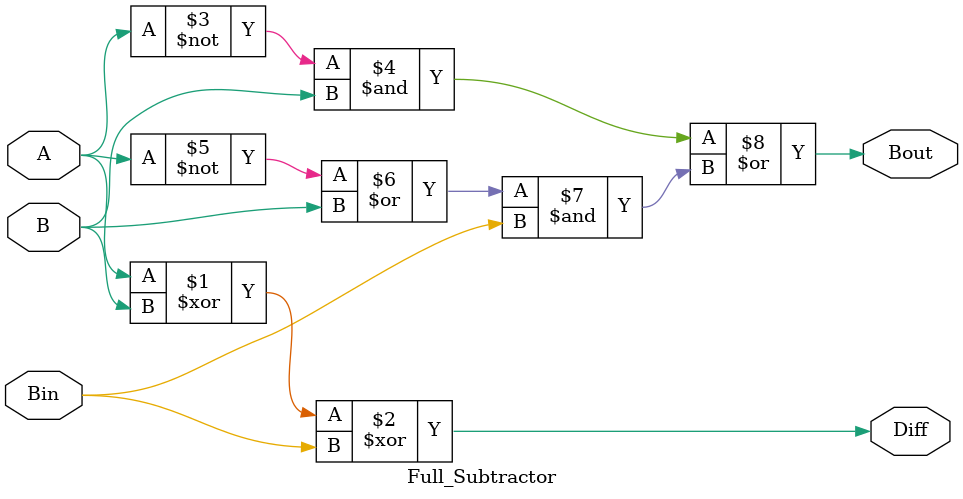
<source format=v>
`timescale 1ns / 1ps

module Full_Subtractor(
    input A,B,Bin,
    output Diff,Bout
);

assign Diff = A ^ B ^ Bin;                 
assign Bout = (~A & B) | ((~A | B) & Bin); 

endmodule

</source>
